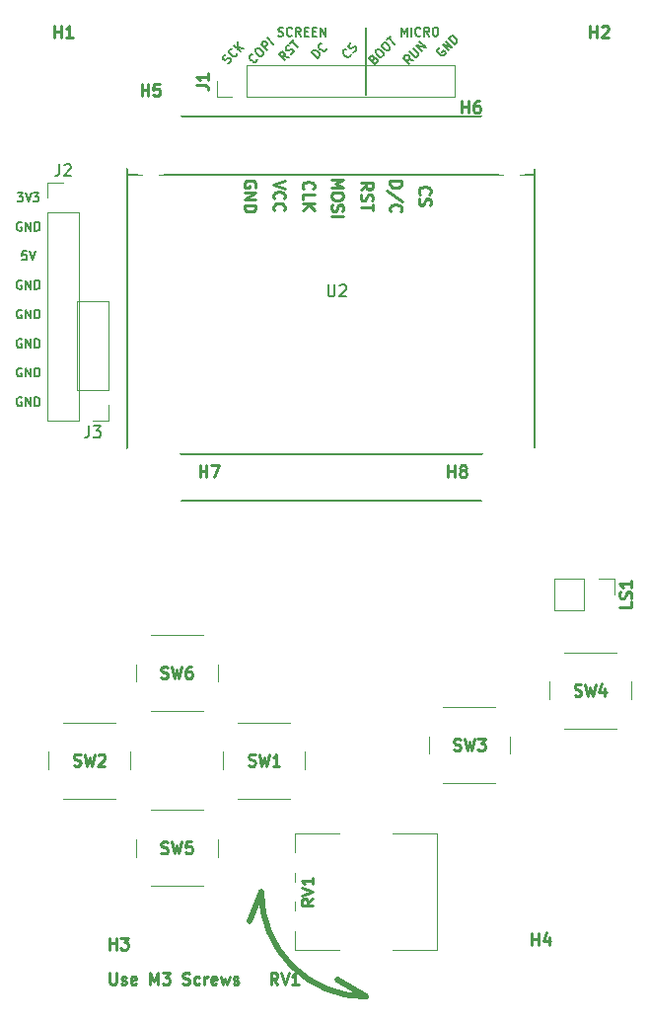
<source format=gto>
G04 #@! TF.GenerationSoftware,KiCad,Pcbnew,5.1.9+dfsg1-1*
G04 #@! TF.CreationDate,2022-06-11T21:35:15-07:00*
G04 #@! TF.ProjectId,keygame,6b657967-616d-4652-9e6b-696361645f70,rev?*
G04 #@! TF.SameCoordinates,Original*
G04 #@! TF.FileFunction,Legend,Top*
G04 #@! TF.FilePolarity,Positive*
%FSLAX46Y46*%
G04 Gerber Fmt 4.6, Leading zero omitted, Abs format (unit mm)*
G04 Created by KiCad (PCBNEW 5.1.9+dfsg1-1) date 2022-06-11 21:35:15*
%MOMM*%
%LPD*%
G01*
G04 APERTURE LIST*
%ADD10C,0.187500*%
%ADD11C,0.500000*%
%ADD12C,0.250000*%
%ADD13C,0.200000*%
%ADD14C,0.120000*%
%ADD15C,0.150000*%
%ADD16C,0.800000*%
%ADD17C,6.400000*%
%ADD18R,1.700000X1.700000*%
%ADD19O,1.700000X1.700000*%
%ADD20C,2.000000*%
%ADD21C,1.524000*%
%ADD22C,1.800000*%
%ADD23C,4.000000*%
%ADD24C,1.500000*%
%ADD25O,1.600000X1.000000*%
%ADD26C,0.650000*%
%ADD27O,2.100000X1.000000*%
G04 APERTURE END LIST*
D10*
X167028571Y-17139285D02*
X167028571Y-16389285D01*
X167278571Y-16925000D01*
X167528571Y-16389285D01*
X167528571Y-17139285D01*
X167885714Y-17139285D02*
X167885714Y-16389285D01*
X168671428Y-17067857D02*
X168635714Y-17103571D01*
X168528571Y-17139285D01*
X168457142Y-17139285D01*
X168350000Y-17103571D01*
X168278571Y-17032142D01*
X168242857Y-16960714D01*
X168207142Y-16817857D01*
X168207142Y-16710714D01*
X168242857Y-16567857D01*
X168278571Y-16496428D01*
X168350000Y-16425000D01*
X168457142Y-16389285D01*
X168528571Y-16389285D01*
X168635714Y-16425000D01*
X168671428Y-16460714D01*
X169421428Y-17139285D02*
X169171428Y-16782142D01*
X168992857Y-17139285D02*
X168992857Y-16389285D01*
X169278571Y-16389285D01*
X169350000Y-16425000D01*
X169385714Y-16460714D01*
X169421428Y-16532142D01*
X169421428Y-16639285D01*
X169385714Y-16710714D01*
X169350000Y-16746428D01*
X169278571Y-16782142D01*
X168992857Y-16782142D01*
X169885714Y-16389285D02*
X170028571Y-16389285D01*
X170100000Y-16425000D01*
X170171428Y-16496428D01*
X170207142Y-16639285D01*
X170207142Y-16889285D01*
X170171428Y-17032142D01*
X170100000Y-17103571D01*
X170028571Y-17139285D01*
X169885714Y-17139285D01*
X169814285Y-17103571D01*
X169742857Y-17032142D01*
X169707142Y-16889285D01*
X169707142Y-16639285D01*
X169742857Y-16496428D01*
X169814285Y-16425000D01*
X169885714Y-16389285D01*
D11*
X164000000Y-99500000D02*
X161500000Y-98000000D01*
X155000000Y-90500000D02*
X154000000Y-93000000D01*
X164000000Y-99500000D02*
G75*
G02*
X155000000Y-90500000I0J9000000D01*
G01*
D10*
X134857142Y-35589285D02*
X134500000Y-35589285D01*
X134464285Y-35946428D01*
X134500000Y-35910714D01*
X134571428Y-35875000D01*
X134750000Y-35875000D01*
X134821428Y-35910714D01*
X134857142Y-35946428D01*
X134892857Y-36017857D01*
X134892857Y-36196428D01*
X134857142Y-36267857D01*
X134821428Y-36303571D01*
X134750000Y-36339285D01*
X134571428Y-36339285D01*
X134500000Y-36303571D01*
X134464285Y-36267857D01*
X135107142Y-35589285D02*
X135357142Y-36339285D01*
X135607142Y-35589285D01*
X134428571Y-48125000D02*
X134357142Y-48089285D01*
X134250000Y-48089285D01*
X134142857Y-48125000D01*
X134071428Y-48196428D01*
X134035714Y-48267857D01*
X134000000Y-48410714D01*
X134000000Y-48517857D01*
X134035714Y-48660714D01*
X134071428Y-48732142D01*
X134142857Y-48803571D01*
X134250000Y-48839285D01*
X134321428Y-48839285D01*
X134428571Y-48803571D01*
X134464285Y-48767857D01*
X134464285Y-48517857D01*
X134321428Y-48517857D01*
X134785714Y-48839285D02*
X134785714Y-48089285D01*
X135214285Y-48839285D01*
X135214285Y-48089285D01*
X135571428Y-48839285D02*
X135571428Y-48089285D01*
X135750000Y-48089285D01*
X135857142Y-48125000D01*
X135928571Y-48196428D01*
X135964285Y-48267857D01*
X136000000Y-48410714D01*
X136000000Y-48517857D01*
X135964285Y-48660714D01*
X135928571Y-48732142D01*
X135857142Y-48803571D01*
X135750000Y-48839285D01*
X135571428Y-48839285D01*
X134428571Y-45625000D02*
X134357142Y-45589285D01*
X134250000Y-45589285D01*
X134142857Y-45625000D01*
X134071428Y-45696428D01*
X134035714Y-45767857D01*
X134000000Y-45910714D01*
X134000000Y-46017857D01*
X134035714Y-46160714D01*
X134071428Y-46232142D01*
X134142857Y-46303571D01*
X134250000Y-46339285D01*
X134321428Y-46339285D01*
X134428571Y-46303571D01*
X134464285Y-46267857D01*
X134464285Y-46017857D01*
X134321428Y-46017857D01*
X134785714Y-46339285D02*
X134785714Y-45589285D01*
X135214285Y-46339285D01*
X135214285Y-45589285D01*
X135571428Y-46339285D02*
X135571428Y-45589285D01*
X135750000Y-45589285D01*
X135857142Y-45625000D01*
X135928571Y-45696428D01*
X135964285Y-45767857D01*
X136000000Y-45910714D01*
X136000000Y-46017857D01*
X135964285Y-46160714D01*
X135928571Y-46232142D01*
X135857142Y-46303571D01*
X135750000Y-46339285D01*
X135571428Y-46339285D01*
X134428571Y-43125000D02*
X134357142Y-43089285D01*
X134250000Y-43089285D01*
X134142857Y-43125000D01*
X134071428Y-43196428D01*
X134035714Y-43267857D01*
X134000000Y-43410714D01*
X134000000Y-43517857D01*
X134035714Y-43660714D01*
X134071428Y-43732142D01*
X134142857Y-43803571D01*
X134250000Y-43839285D01*
X134321428Y-43839285D01*
X134428571Y-43803571D01*
X134464285Y-43767857D01*
X134464285Y-43517857D01*
X134321428Y-43517857D01*
X134785714Y-43839285D02*
X134785714Y-43089285D01*
X135214285Y-43839285D01*
X135214285Y-43089285D01*
X135571428Y-43839285D02*
X135571428Y-43089285D01*
X135750000Y-43089285D01*
X135857142Y-43125000D01*
X135928571Y-43196428D01*
X135964285Y-43267857D01*
X136000000Y-43410714D01*
X136000000Y-43517857D01*
X135964285Y-43660714D01*
X135928571Y-43732142D01*
X135857142Y-43803571D01*
X135750000Y-43839285D01*
X135571428Y-43839285D01*
X134428571Y-40625000D02*
X134357142Y-40589285D01*
X134250000Y-40589285D01*
X134142857Y-40625000D01*
X134071428Y-40696428D01*
X134035714Y-40767857D01*
X134000000Y-40910714D01*
X134000000Y-41017857D01*
X134035714Y-41160714D01*
X134071428Y-41232142D01*
X134142857Y-41303571D01*
X134250000Y-41339285D01*
X134321428Y-41339285D01*
X134428571Y-41303571D01*
X134464285Y-41267857D01*
X134464285Y-41017857D01*
X134321428Y-41017857D01*
X134785714Y-41339285D02*
X134785714Y-40589285D01*
X135214285Y-41339285D01*
X135214285Y-40589285D01*
X135571428Y-41339285D02*
X135571428Y-40589285D01*
X135750000Y-40589285D01*
X135857142Y-40625000D01*
X135928571Y-40696428D01*
X135964285Y-40767857D01*
X136000000Y-40910714D01*
X136000000Y-41017857D01*
X135964285Y-41160714D01*
X135928571Y-41232142D01*
X135857142Y-41303571D01*
X135750000Y-41339285D01*
X135571428Y-41339285D01*
X134428571Y-38125000D02*
X134357142Y-38089285D01*
X134250000Y-38089285D01*
X134142857Y-38125000D01*
X134071428Y-38196428D01*
X134035714Y-38267857D01*
X134000000Y-38410714D01*
X134000000Y-38517857D01*
X134035714Y-38660714D01*
X134071428Y-38732142D01*
X134142857Y-38803571D01*
X134250000Y-38839285D01*
X134321428Y-38839285D01*
X134428571Y-38803571D01*
X134464285Y-38767857D01*
X134464285Y-38517857D01*
X134321428Y-38517857D01*
X134785714Y-38839285D02*
X134785714Y-38089285D01*
X135214285Y-38839285D01*
X135214285Y-38089285D01*
X135571428Y-38839285D02*
X135571428Y-38089285D01*
X135750000Y-38089285D01*
X135857142Y-38125000D01*
X135928571Y-38196428D01*
X135964285Y-38267857D01*
X136000000Y-38410714D01*
X136000000Y-38517857D01*
X135964285Y-38660714D01*
X135928571Y-38732142D01*
X135857142Y-38803571D01*
X135750000Y-38839285D01*
X135571428Y-38839285D01*
X134428571Y-33125000D02*
X134357142Y-33089285D01*
X134250000Y-33089285D01*
X134142857Y-33125000D01*
X134071428Y-33196428D01*
X134035714Y-33267857D01*
X134000000Y-33410714D01*
X134000000Y-33517857D01*
X134035714Y-33660714D01*
X134071428Y-33732142D01*
X134142857Y-33803571D01*
X134250000Y-33839285D01*
X134321428Y-33839285D01*
X134428571Y-33803571D01*
X134464285Y-33767857D01*
X134464285Y-33517857D01*
X134321428Y-33517857D01*
X134785714Y-33839285D02*
X134785714Y-33089285D01*
X135214285Y-33839285D01*
X135214285Y-33089285D01*
X135571428Y-33839285D02*
X135571428Y-33089285D01*
X135750000Y-33089285D01*
X135857142Y-33125000D01*
X135928571Y-33196428D01*
X135964285Y-33267857D01*
X136000000Y-33410714D01*
X136000000Y-33517857D01*
X135964285Y-33660714D01*
X135928571Y-33732142D01*
X135857142Y-33803571D01*
X135750000Y-33839285D01*
X135571428Y-33839285D01*
X134071428Y-30589285D02*
X134535714Y-30589285D01*
X134285714Y-30875000D01*
X134392857Y-30875000D01*
X134464285Y-30910714D01*
X134500000Y-30946428D01*
X134535714Y-31017857D01*
X134535714Y-31196428D01*
X134500000Y-31267857D01*
X134464285Y-31303571D01*
X134392857Y-31339285D01*
X134178571Y-31339285D01*
X134107142Y-31303571D01*
X134071428Y-31267857D01*
X134750000Y-30589285D02*
X135000000Y-31339285D01*
X135250000Y-30589285D01*
X135428571Y-30589285D02*
X135892857Y-30589285D01*
X135642857Y-30875000D01*
X135750000Y-30875000D01*
X135821428Y-30910714D01*
X135857142Y-30946428D01*
X135892857Y-31017857D01*
X135892857Y-31196428D01*
X135857142Y-31267857D01*
X135821428Y-31303571D01*
X135750000Y-31339285D01*
X135535714Y-31339285D01*
X135464285Y-31303571D01*
X135428571Y-31267857D01*
D12*
X142000000Y-97452380D02*
X142000000Y-98261904D01*
X142047619Y-98357142D01*
X142095238Y-98404761D01*
X142190476Y-98452380D01*
X142380952Y-98452380D01*
X142476190Y-98404761D01*
X142523809Y-98357142D01*
X142571428Y-98261904D01*
X142571428Y-97452380D01*
X143000000Y-98404761D02*
X143095238Y-98452380D01*
X143285714Y-98452380D01*
X143380952Y-98404761D01*
X143428571Y-98309523D01*
X143428571Y-98261904D01*
X143380952Y-98166666D01*
X143285714Y-98119047D01*
X143142857Y-98119047D01*
X143047619Y-98071428D01*
X143000000Y-97976190D01*
X143000000Y-97928571D01*
X143047619Y-97833333D01*
X143142857Y-97785714D01*
X143285714Y-97785714D01*
X143380952Y-97833333D01*
X144238095Y-98404761D02*
X144142857Y-98452380D01*
X143952380Y-98452380D01*
X143857142Y-98404761D01*
X143809523Y-98309523D01*
X143809523Y-97928571D01*
X143857142Y-97833333D01*
X143952380Y-97785714D01*
X144142857Y-97785714D01*
X144238095Y-97833333D01*
X144285714Y-97928571D01*
X144285714Y-98023809D01*
X143809523Y-98119047D01*
X145476190Y-98452380D02*
X145476190Y-97452380D01*
X145809523Y-98166666D01*
X146142857Y-97452380D01*
X146142857Y-98452380D01*
X146523809Y-97452380D02*
X147142857Y-97452380D01*
X146809523Y-97833333D01*
X146952380Y-97833333D01*
X147047619Y-97880952D01*
X147095238Y-97928571D01*
X147142857Y-98023809D01*
X147142857Y-98261904D01*
X147095238Y-98357142D01*
X147047619Y-98404761D01*
X146952380Y-98452380D01*
X146666666Y-98452380D01*
X146571428Y-98404761D01*
X146523809Y-98357142D01*
X148285714Y-98404761D02*
X148428571Y-98452380D01*
X148666666Y-98452380D01*
X148761904Y-98404761D01*
X148809523Y-98357142D01*
X148857142Y-98261904D01*
X148857142Y-98166666D01*
X148809523Y-98071428D01*
X148761904Y-98023809D01*
X148666666Y-97976190D01*
X148476190Y-97928571D01*
X148380952Y-97880952D01*
X148333333Y-97833333D01*
X148285714Y-97738095D01*
X148285714Y-97642857D01*
X148333333Y-97547619D01*
X148380952Y-97500000D01*
X148476190Y-97452380D01*
X148714285Y-97452380D01*
X148857142Y-97500000D01*
X149714285Y-98404761D02*
X149619047Y-98452380D01*
X149428571Y-98452380D01*
X149333333Y-98404761D01*
X149285714Y-98357142D01*
X149238095Y-98261904D01*
X149238095Y-97976190D01*
X149285714Y-97880952D01*
X149333333Y-97833333D01*
X149428571Y-97785714D01*
X149619047Y-97785714D01*
X149714285Y-97833333D01*
X150142857Y-98452380D02*
X150142857Y-97785714D01*
X150142857Y-97976190D02*
X150190476Y-97880952D01*
X150238095Y-97833333D01*
X150333333Y-97785714D01*
X150428571Y-97785714D01*
X151142857Y-98404761D02*
X151047619Y-98452380D01*
X150857142Y-98452380D01*
X150761904Y-98404761D01*
X150714285Y-98309523D01*
X150714285Y-97928571D01*
X150761904Y-97833333D01*
X150857142Y-97785714D01*
X151047619Y-97785714D01*
X151142857Y-97833333D01*
X151190476Y-97928571D01*
X151190476Y-98023809D01*
X150714285Y-98119047D01*
X151523809Y-97785714D02*
X151714285Y-98452380D01*
X151904761Y-97976190D01*
X152095238Y-98452380D01*
X152285714Y-97785714D01*
X152619047Y-98404761D02*
X152714285Y-98452380D01*
X152904761Y-98452380D01*
X153000000Y-98404761D01*
X153047619Y-98309523D01*
X153047619Y-98261904D01*
X153000000Y-98166666D01*
X152904761Y-98119047D01*
X152761904Y-98119047D01*
X152666666Y-98071428D01*
X152619047Y-97976190D01*
X152619047Y-97928571D01*
X152666666Y-97833333D01*
X152761904Y-97785714D01*
X152904761Y-97785714D01*
X153000000Y-97833333D01*
D10*
X170330773Y-18138895D02*
X170255012Y-18164149D01*
X170179251Y-18239911D01*
X170128743Y-18340926D01*
X170128743Y-18441941D01*
X170153997Y-18517703D01*
X170229758Y-18643972D01*
X170305520Y-18719733D01*
X170431789Y-18795495D01*
X170507550Y-18820748D01*
X170608565Y-18820748D01*
X170709581Y-18770241D01*
X170760088Y-18719733D01*
X170810596Y-18618718D01*
X170810596Y-18568210D01*
X170633819Y-18391434D01*
X170532804Y-18492449D01*
X171088388Y-18391434D02*
X170558058Y-17861104D01*
X171391434Y-18088388D01*
X170861104Y-17558058D01*
X171643972Y-17835850D02*
X171113642Y-17305520D01*
X171239911Y-17179251D01*
X171340926Y-17128743D01*
X171441941Y-17128743D01*
X171517703Y-17153997D01*
X171643972Y-17229758D01*
X171719733Y-17305520D01*
X171795495Y-17431789D01*
X171820748Y-17507550D01*
X171820748Y-17608565D01*
X171770241Y-17709581D01*
X171643972Y-17835850D01*
X164642385Y-19081852D02*
X164743400Y-19031345D01*
X164793908Y-19031345D01*
X164869669Y-19056599D01*
X164945431Y-19132360D01*
X164970685Y-19208122D01*
X164970685Y-19258629D01*
X164945431Y-19334391D01*
X164743400Y-19536421D01*
X164213070Y-19006091D01*
X164389847Y-18829314D01*
X164465608Y-18804061D01*
X164516116Y-18804061D01*
X164591877Y-18829314D01*
X164642385Y-18879822D01*
X164667639Y-18955583D01*
X164667639Y-19006091D01*
X164642385Y-19081852D01*
X164465608Y-19258629D01*
X164844416Y-18374746D02*
X164945431Y-18273730D01*
X165021192Y-18248477D01*
X165122208Y-18248477D01*
X165248477Y-18324238D01*
X165425253Y-18501015D01*
X165501015Y-18627284D01*
X165501015Y-18728299D01*
X165475761Y-18804061D01*
X165374746Y-18905076D01*
X165298984Y-18930330D01*
X165197969Y-18930330D01*
X165071700Y-18854568D01*
X164894923Y-18677791D01*
X164819162Y-18551522D01*
X164819162Y-18450507D01*
X164844416Y-18374746D01*
X165400000Y-17819162D02*
X165501015Y-17718147D01*
X165576776Y-17692893D01*
X165677791Y-17692893D01*
X165804061Y-17768654D01*
X165980837Y-17945431D01*
X166056599Y-18071700D01*
X166056599Y-18172715D01*
X166031345Y-18248477D01*
X165930330Y-18349492D01*
X165854568Y-18374746D01*
X165753553Y-18374746D01*
X165627284Y-18298984D01*
X165450507Y-18122208D01*
X165374746Y-17995938D01*
X165374746Y-17894923D01*
X165400000Y-17819162D01*
X165778807Y-17440355D02*
X166081852Y-17137309D01*
X166460660Y-17819162D02*
X165930330Y-17288832D01*
X168048477Y-19231345D02*
X167619162Y-19155583D01*
X167745431Y-19534391D02*
X167215101Y-19004061D01*
X167417131Y-18802030D01*
X167492893Y-18776776D01*
X167543400Y-18776776D01*
X167619162Y-18802030D01*
X167694923Y-18877791D01*
X167720177Y-18953553D01*
X167720177Y-19004061D01*
X167694923Y-19079822D01*
X167492893Y-19281852D01*
X167745431Y-18473730D02*
X168174746Y-18903045D01*
X168250507Y-18928299D01*
X168301015Y-18928299D01*
X168376776Y-18903045D01*
X168477791Y-18802030D01*
X168503045Y-18726269D01*
X168503045Y-18675761D01*
X168477791Y-18600000D01*
X168048477Y-18170685D01*
X168831345Y-18448477D02*
X168301015Y-17918147D01*
X169134391Y-18145431D01*
X168604061Y-17615101D01*
X162701015Y-18677791D02*
X162701015Y-18728299D01*
X162650507Y-18829314D01*
X162600000Y-18879822D01*
X162498984Y-18930330D01*
X162397969Y-18930330D01*
X162322208Y-18905076D01*
X162195938Y-18829314D01*
X162120177Y-18753553D01*
X162044416Y-18627284D01*
X162019162Y-18551522D01*
X162019162Y-18450507D01*
X162069669Y-18349492D01*
X162120177Y-18298984D01*
X162221192Y-18248477D01*
X162271700Y-18248477D01*
X162928299Y-18501015D02*
X163029314Y-18450507D01*
X163155583Y-18324238D01*
X163180837Y-18248477D01*
X163180837Y-18197969D01*
X163155583Y-18122208D01*
X163105076Y-18071700D01*
X163029314Y-18046446D01*
X162978807Y-18046446D01*
X162903045Y-18071700D01*
X162776776Y-18147461D01*
X162701015Y-18172715D01*
X162650507Y-18172715D01*
X162574746Y-18147461D01*
X162524238Y-18096954D01*
X162498984Y-18021192D01*
X162498984Y-17970685D01*
X162524238Y-17894923D01*
X162650507Y-17768654D01*
X162751522Y-17718147D01*
X159835850Y-19043972D02*
X159305520Y-18513642D01*
X159431789Y-18387373D01*
X159532804Y-18336865D01*
X159633819Y-18336865D01*
X159709581Y-18362119D01*
X159835850Y-18437880D01*
X159911611Y-18513642D01*
X159987373Y-18639911D01*
X160012626Y-18715672D01*
X160012626Y-18816687D01*
X159962119Y-18917703D01*
X159835850Y-19043972D01*
X160618718Y-18160088D02*
X160618718Y-18210596D01*
X160568210Y-18311611D01*
X160517703Y-18362119D01*
X160416687Y-18412626D01*
X160315672Y-18412626D01*
X160239911Y-18387373D01*
X160113642Y-18311611D01*
X160037880Y-18235850D01*
X159962119Y-18109581D01*
X159936865Y-18033819D01*
X159936865Y-17932804D01*
X159987373Y-17831789D01*
X160037880Y-17781281D01*
X160138895Y-17730773D01*
X160189403Y-17730773D01*
X157349492Y-18930330D02*
X156920177Y-18854568D01*
X157046446Y-19233375D02*
X156516116Y-18703045D01*
X156718147Y-18501015D01*
X156793908Y-18475761D01*
X156844416Y-18475761D01*
X156920177Y-18501015D01*
X156995938Y-18576776D01*
X157021192Y-18652538D01*
X157021192Y-18703045D01*
X156995938Y-18778807D01*
X156793908Y-18980837D01*
X157526269Y-18703045D02*
X157627284Y-18652538D01*
X157753553Y-18526269D01*
X157778807Y-18450507D01*
X157778807Y-18399999D01*
X157753553Y-18324238D01*
X157703045Y-18273730D01*
X157627284Y-18248477D01*
X157576776Y-18248477D01*
X157501015Y-18273730D01*
X157374746Y-18349492D01*
X157298984Y-18374746D01*
X157248477Y-18374746D01*
X157172715Y-18349492D01*
X157122208Y-18298984D01*
X157096954Y-18223223D01*
X157096954Y-18172715D01*
X157122208Y-18096954D01*
X157248477Y-17970685D01*
X157349492Y-17920177D01*
X157475761Y-17743400D02*
X157778807Y-17440355D01*
X158157614Y-18122208D02*
X157627284Y-17591877D01*
X154684327Y-19094479D02*
X154684327Y-19144987D01*
X154633819Y-19246002D01*
X154583312Y-19296510D01*
X154482296Y-19347018D01*
X154381281Y-19347018D01*
X154305520Y-19321764D01*
X154179251Y-19246002D01*
X154103489Y-19170241D01*
X154027728Y-19043972D01*
X154002474Y-18968210D01*
X154002474Y-18867195D01*
X154052981Y-18766180D01*
X154103489Y-18715672D01*
X154204504Y-18665165D01*
X154255012Y-18665165D01*
X154532804Y-18286357D02*
X154633819Y-18185342D01*
X154709581Y-18160088D01*
X154810596Y-18160088D01*
X154936865Y-18235850D01*
X155113642Y-18412626D01*
X155189403Y-18538895D01*
X155189403Y-18639911D01*
X155164149Y-18715672D01*
X155063134Y-18816687D01*
X154987373Y-18841941D01*
X154886357Y-18841941D01*
X154760088Y-18766180D01*
X154583312Y-18589403D01*
X154507550Y-18463134D01*
X154507550Y-18362119D01*
X154532804Y-18286357D01*
X155517703Y-18362119D02*
X154987373Y-17831789D01*
X155189403Y-17629758D01*
X155265165Y-17604504D01*
X155315672Y-17604504D01*
X155391434Y-17629758D01*
X155467195Y-17705520D01*
X155492449Y-17781281D01*
X155492449Y-17831789D01*
X155467195Y-17907550D01*
X155265165Y-18109581D01*
X156048033Y-17831789D02*
X155517703Y-17301459D01*
X152132804Y-19496510D02*
X152233819Y-19446002D01*
X152360088Y-19319733D01*
X152385342Y-19243972D01*
X152385342Y-19193464D01*
X152360088Y-19117703D01*
X152309581Y-19067195D01*
X152233819Y-19041941D01*
X152183312Y-19041941D01*
X152107550Y-19067195D01*
X151981281Y-19142956D01*
X151905520Y-19168210D01*
X151855012Y-19168210D01*
X151779251Y-19142956D01*
X151728743Y-19092449D01*
X151703489Y-19016687D01*
X151703489Y-18966180D01*
X151728743Y-18890418D01*
X151855012Y-18764149D01*
X151956027Y-18713642D01*
X152940926Y-18637880D02*
X152940926Y-18688388D01*
X152890418Y-18789403D01*
X152839911Y-18839911D01*
X152738895Y-18890418D01*
X152637880Y-18890418D01*
X152562119Y-18865165D01*
X152435850Y-18789403D01*
X152360088Y-18713642D01*
X152284327Y-18587373D01*
X152259073Y-18511611D01*
X152259073Y-18410596D01*
X152309581Y-18309581D01*
X152360088Y-18259073D01*
X152461104Y-18208565D01*
X152511611Y-18208565D01*
X153218718Y-18461104D02*
X152688388Y-17930773D01*
X153521764Y-18158058D02*
X152991434Y-18082296D01*
X152991434Y-17627728D02*
X152991434Y-18233819D01*
X156464285Y-17103571D02*
X156571428Y-17139285D01*
X156750000Y-17139285D01*
X156821428Y-17103571D01*
X156857142Y-17067857D01*
X156892857Y-16996428D01*
X156892857Y-16925000D01*
X156857142Y-16853571D01*
X156821428Y-16817857D01*
X156750000Y-16782142D01*
X156607142Y-16746428D01*
X156535714Y-16710714D01*
X156500000Y-16675000D01*
X156464285Y-16603571D01*
X156464285Y-16532142D01*
X156500000Y-16460714D01*
X156535714Y-16425000D01*
X156607142Y-16389285D01*
X156785714Y-16389285D01*
X156892857Y-16425000D01*
X157642857Y-17067857D02*
X157607142Y-17103571D01*
X157500000Y-17139285D01*
X157428571Y-17139285D01*
X157321428Y-17103571D01*
X157250000Y-17032142D01*
X157214285Y-16960714D01*
X157178571Y-16817857D01*
X157178571Y-16710714D01*
X157214285Y-16567857D01*
X157250000Y-16496428D01*
X157321428Y-16425000D01*
X157428571Y-16389285D01*
X157500000Y-16389285D01*
X157607142Y-16425000D01*
X157642857Y-16460714D01*
X158392857Y-17139285D02*
X158142857Y-16782142D01*
X157964285Y-17139285D02*
X157964285Y-16389285D01*
X158250000Y-16389285D01*
X158321428Y-16425000D01*
X158357142Y-16460714D01*
X158392857Y-16532142D01*
X158392857Y-16639285D01*
X158357142Y-16710714D01*
X158321428Y-16746428D01*
X158250000Y-16782142D01*
X157964285Y-16782142D01*
X158714285Y-16746428D02*
X158964285Y-16746428D01*
X159071428Y-17139285D02*
X158714285Y-17139285D01*
X158714285Y-16389285D01*
X159071428Y-16389285D01*
X159392857Y-16746428D02*
X159642857Y-16746428D01*
X159750000Y-17139285D02*
X159392857Y-17139285D01*
X159392857Y-16389285D01*
X159750000Y-16389285D01*
X160071428Y-17139285D02*
X160071428Y-16389285D01*
X160500000Y-17139285D01*
X160500000Y-16389285D01*
D13*
X164000000Y-22200000D02*
X164000000Y-16400000D01*
D14*
X185330000Y-63670000D02*
X185330000Y-65000000D01*
X184000000Y-63670000D02*
X185330000Y-63670000D01*
X182730000Y-63670000D02*
X182730000Y-66330000D01*
X182730000Y-66330000D02*
X180130000Y-66330000D01*
X182730000Y-63670000D02*
X180130000Y-63670000D01*
X180130000Y-63670000D02*
X180130000Y-66330000D01*
X158750000Y-80000000D02*
X158750000Y-78500000D01*
X157500000Y-76000000D02*
X153000000Y-76000000D01*
X151750000Y-78500000D02*
X151750000Y-80000000D01*
X153000000Y-82500000D02*
X157500000Y-82500000D01*
X138000000Y-82500000D02*
X142500000Y-82500000D01*
X136750000Y-78500000D02*
X136750000Y-80000000D01*
X142500000Y-76000000D02*
X138000000Y-76000000D01*
X143750000Y-80000000D02*
X143750000Y-78500000D01*
X176375001Y-78675001D02*
X176375001Y-77175001D01*
X175125001Y-74675001D02*
X170625001Y-74675001D01*
X169375001Y-77175001D02*
X169375001Y-78675001D01*
X170625001Y-81175001D02*
X175125001Y-81175001D01*
X181000000Y-76500000D02*
X185500000Y-76500000D01*
X179750000Y-72500000D02*
X179750000Y-74000000D01*
X185500000Y-70000000D02*
X181000000Y-70000000D01*
X186750000Y-74000000D02*
X186750000Y-72500000D01*
X145500000Y-90000000D02*
X150000000Y-90000000D01*
X144250000Y-86000000D02*
X144250000Y-87500000D01*
X150000000Y-83500000D02*
X145500000Y-83500000D01*
X151250000Y-87500000D02*
X151250000Y-86000000D01*
X151250000Y-72500000D02*
X151250000Y-71000000D01*
X150000000Y-68500000D02*
X145500000Y-68500000D01*
X144250000Y-71000000D02*
X144250000Y-72500000D01*
X145500000Y-75000000D02*
X150000000Y-75000000D01*
D15*
X143500000Y-53000000D02*
X178500000Y-53000000D01*
X143500000Y-29000000D02*
X178500000Y-29000000D01*
X147000000Y-55000000D02*
G75*
G03*
X147000000Y-55000000I-1500000J0D01*
G01*
X178000000Y-55000000D02*
G75*
G03*
X178000000Y-55000000I-1500000J0D01*
G01*
X178000000Y-26000000D02*
G75*
G03*
X178000000Y-26000000I-1500000J0D01*
G01*
X147000000Y-26000000D02*
G75*
G03*
X147000000Y-26000000I-1500000J0D01*
G01*
X143500000Y-57000000D02*
X143500000Y-24000000D01*
X178500000Y-57000000D02*
X143500000Y-57000000D01*
X178500000Y-24000000D02*
X178500000Y-57000000D01*
X143500000Y-24000000D02*
X178500000Y-24000000D01*
D14*
X151170000Y-22330000D02*
X151170000Y-21000000D01*
X152500000Y-22330000D02*
X151170000Y-22330000D01*
X153770000Y-22330000D02*
X153770000Y-19670000D01*
X153770000Y-19670000D02*
X171610000Y-19670000D01*
X153770000Y-22330000D02*
X171610000Y-22330000D01*
X171610000Y-22330000D02*
X171610000Y-19670000D01*
X170120000Y-85530000D02*
X170120000Y-95470000D01*
X157880000Y-93870000D02*
X157880000Y-95470000D01*
X157880000Y-91371000D02*
X157880000Y-92130000D01*
X157880000Y-88871000D02*
X157880000Y-89630000D01*
X157880000Y-85530000D02*
X157880000Y-87129000D01*
X166255000Y-95470000D02*
X170120000Y-95470000D01*
X157880000Y-95470000D02*
X161745000Y-95470000D01*
X166255000Y-85530000D02*
X170120000Y-85530000D01*
X157880000Y-85530000D02*
X161745000Y-85530000D01*
X136670000Y-29670000D02*
X138000000Y-29670000D01*
X136670000Y-31000000D02*
X136670000Y-29670000D01*
X136670000Y-32270000D02*
X139330000Y-32270000D01*
X139330000Y-32270000D02*
X139330000Y-50110000D01*
X136670000Y-32270000D02*
X136670000Y-50110000D01*
X136670000Y-50110000D02*
X139330000Y-50110000D01*
X141870000Y-50110000D02*
X140540000Y-50110000D01*
X141870000Y-48780000D02*
X141870000Y-50110000D01*
X141870000Y-47510000D02*
X139210000Y-47510000D01*
X139210000Y-47510000D02*
X139210000Y-39830000D01*
X141870000Y-47510000D02*
X141870000Y-39830000D01*
X141870000Y-39830000D02*
X139210000Y-39830000D01*
D12*
X137238095Y-17252380D02*
X137238095Y-16252380D01*
X137238095Y-16728571D02*
X137809523Y-16728571D01*
X137809523Y-17252380D02*
X137809523Y-16252380D01*
X138809523Y-17252380D02*
X138238095Y-17252380D01*
X138523809Y-17252380D02*
X138523809Y-16252380D01*
X138428571Y-16395238D01*
X138333333Y-16490476D01*
X138238095Y-16538095D01*
X183238095Y-17252380D02*
X183238095Y-16252380D01*
X183238095Y-16728571D02*
X183809523Y-16728571D01*
X183809523Y-17252380D02*
X183809523Y-16252380D01*
X184238095Y-16347619D02*
X184285714Y-16300000D01*
X184380952Y-16252380D01*
X184619047Y-16252380D01*
X184714285Y-16300000D01*
X184761904Y-16347619D01*
X184809523Y-16442857D01*
X184809523Y-16538095D01*
X184761904Y-16680952D01*
X184190476Y-17252380D01*
X184809523Y-17252380D01*
X141988095Y-95452380D02*
X141988095Y-94452380D01*
X141988095Y-94928571D02*
X142559523Y-94928571D01*
X142559523Y-95452380D02*
X142559523Y-94452380D01*
X142940476Y-94452380D02*
X143559523Y-94452380D01*
X143226190Y-94833333D01*
X143369047Y-94833333D01*
X143464285Y-94880952D01*
X143511904Y-94928571D01*
X143559523Y-95023809D01*
X143559523Y-95261904D01*
X143511904Y-95357142D01*
X143464285Y-95404761D01*
X143369047Y-95452380D01*
X143083333Y-95452380D01*
X142988095Y-95404761D01*
X142940476Y-95357142D01*
X178238095Y-95052380D02*
X178238095Y-94052380D01*
X178238095Y-94528571D02*
X178809523Y-94528571D01*
X178809523Y-95052380D02*
X178809523Y-94052380D01*
X179714285Y-94385714D02*
X179714285Y-95052380D01*
X179476190Y-94004761D02*
X179238095Y-94719047D01*
X179857142Y-94719047D01*
X172238095Y-23702380D02*
X172238095Y-22702380D01*
X172238095Y-23178571D02*
X172809523Y-23178571D01*
X172809523Y-23702380D02*
X172809523Y-22702380D01*
X173714285Y-22702380D02*
X173523809Y-22702380D01*
X173428571Y-22750000D01*
X173380952Y-22797619D01*
X173285714Y-22940476D01*
X173238095Y-23130952D01*
X173238095Y-23511904D01*
X173285714Y-23607142D01*
X173333333Y-23654761D01*
X173428571Y-23702380D01*
X173619047Y-23702380D01*
X173714285Y-23654761D01*
X173761904Y-23607142D01*
X173809523Y-23511904D01*
X173809523Y-23273809D01*
X173761904Y-23178571D01*
X173714285Y-23130952D01*
X173619047Y-23083333D01*
X173428571Y-23083333D01*
X173333333Y-23130952D01*
X173285714Y-23178571D01*
X173238095Y-23273809D01*
X149738095Y-54952380D02*
X149738095Y-53952380D01*
X149738095Y-54428571D02*
X150309523Y-54428571D01*
X150309523Y-54952380D02*
X150309523Y-53952380D01*
X150690476Y-53952380D02*
X151357142Y-53952380D01*
X150928571Y-54952380D01*
X171038095Y-54952380D02*
X171038095Y-53952380D01*
X171038095Y-54428571D02*
X171609523Y-54428571D01*
X171609523Y-54952380D02*
X171609523Y-53952380D01*
X172228571Y-54380952D02*
X172133333Y-54333333D01*
X172085714Y-54285714D01*
X172038095Y-54190476D01*
X172038095Y-54142857D01*
X172085714Y-54047619D01*
X172133333Y-54000000D01*
X172228571Y-53952380D01*
X172419047Y-53952380D01*
X172514285Y-54000000D01*
X172561904Y-54047619D01*
X172609523Y-54142857D01*
X172609523Y-54190476D01*
X172561904Y-54285714D01*
X172514285Y-54333333D01*
X172419047Y-54380952D01*
X172228571Y-54380952D01*
X172133333Y-54428571D01*
X172085714Y-54476190D01*
X172038095Y-54571428D01*
X172038095Y-54761904D01*
X172085714Y-54857142D01*
X172133333Y-54904761D01*
X172228571Y-54952380D01*
X172419047Y-54952380D01*
X172514285Y-54904761D01*
X172561904Y-54857142D01*
X172609523Y-54761904D01*
X172609523Y-54571428D01*
X172561904Y-54476190D01*
X172514285Y-54428571D01*
X172419047Y-54380952D01*
X186782380Y-65642857D02*
X186782380Y-66119047D01*
X185782380Y-66119047D01*
X186734761Y-65357142D02*
X186782380Y-65214285D01*
X186782380Y-64976190D01*
X186734761Y-64880952D01*
X186687142Y-64833333D01*
X186591904Y-64785714D01*
X186496666Y-64785714D01*
X186401428Y-64833333D01*
X186353809Y-64880952D01*
X186306190Y-64976190D01*
X186258571Y-65166666D01*
X186210952Y-65261904D01*
X186163333Y-65309523D01*
X186068095Y-65357142D01*
X185972857Y-65357142D01*
X185877619Y-65309523D01*
X185830000Y-65261904D01*
X185782380Y-65166666D01*
X185782380Y-64928571D01*
X185830000Y-64785714D01*
X186782380Y-63833333D02*
X186782380Y-64404761D01*
X186782380Y-64119047D02*
X185782380Y-64119047D01*
X185925238Y-64214285D01*
X186020476Y-64309523D01*
X186068095Y-64404761D01*
X153916666Y-79654761D02*
X154059523Y-79702380D01*
X154297619Y-79702380D01*
X154392857Y-79654761D01*
X154440476Y-79607142D01*
X154488095Y-79511904D01*
X154488095Y-79416666D01*
X154440476Y-79321428D01*
X154392857Y-79273809D01*
X154297619Y-79226190D01*
X154107142Y-79178571D01*
X154011904Y-79130952D01*
X153964285Y-79083333D01*
X153916666Y-78988095D01*
X153916666Y-78892857D01*
X153964285Y-78797619D01*
X154011904Y-78750000D01*
X154107142Y-78702380D01*
X154345238Y-78702380D01*
X154488095Y-78750000D01*
X154821428Y-78702380D02*
X155059523Y-79702380D01*
X155250000Y-78988095D01*
X155440476Y-79702380D01*
X155678571Y-78702380D01*
X156583333Y-79702380D02*
X156011904Y-79702380D01*
X156297619Y-79702380D02*
X156297619Y-78702380D01*
X156202380Y-78845238D01*
X156107142Y-78940476D01*
X156011904Y-78988095D01*
X138916666Y-79654761D02*
X139059523Y-79702380D01*
X139297619Y-79702380D01*
X139392857Y-79654761D01*
X139440476Y-79607142D01*
X139488095Y-79511904D01*
X139488095Y-79416666D01*
X139440476Y-79321428D01*
X139392857Y-79273809D01*
X139297619Y-79226190D01*
X139107142Y-79178571D01*
X139011904Y-79130952D01*
X138964285Y-79083333D01*
X138916666Y-78988095D01*
X138916666Y-78892857D01*
X138964285Y-78797619D01*
X139011904Y-78750000D01*
X139107142Y-78702380D01*
X139345238Y-78702380D01*
X139488095Y-78750000D01*
X139821428Y-78702380D02*
X140059523Y-79702380D01*
X140250000Y-78988095D01*
X140440476Y-79702380D01*
X140678571Y-78702380D01*
X141011904Y-78797619D02*
X141059523Y-78750000D01*
X141154761Y-78702380D01*
X141392857Y-78702380D01*
X141488095Y-78750000D01*
X141535714Y-78797619D01*
X141583333Y-78892857D01*
X141583333Y-78988095D01*
X141535714Y-79130952D01*
X140964285Y-79702380D01*
X141583333Y-79702380D01*
X171541667Y-78329762D02*
X171684524Y-78377381D01*
X171922620Y-78377381D01*
X172017858Y-78329762D01*
X172065477Y-78282143D01*
X172113096Y-78186905D01*
X172113096Y-78091667D01*
X172065477Y-77996429D01*
X172017858Y-77948810D01*
X171922620Y-77901191D01*
X171732143Y-77853572D01*
X171636905Y-77805953D01*
X171589286Y-77758334D01*
X171541667Y-77663096D01*
X171541667Y-77567858D01*
X171589286Y-77472620D01*
X171636905Y-77425001D01*
X171732143Y-77377381D01*
X171970239Y-77377381D01*
X172113096Y-77425001D01*
X172446429Y-77377381D02*
X172684524Y-78377381D01*
X172875001Y-77663096D01*
X173065477Y-78377381D01*
X173303572Y-77377381D01*
X173589286Y-77377381D02*
X174208334Y-77377381D01*
X173875001Y-77758334D01*
X174017858Y-77758334D01*
X174113096Y-77805953D01*
X174160715Y-77853572D01*
X174208334Y-77948810D01*
X174208334Y-78186905D01*
X174160715Y-78282143D01*
X174113096Y-78329762D01*
X174017858Y-78377381D01*
X173732143Y-78377381D01*
X173636905Y-78329762D01*
X173589286Y-78282143D01*
X181916666Y-73654761D02*
X182059523Y-73702380D01*
X182297619Y-73702380D01*
X182392857Y-73654761D01*
X182440476Y-73607142D01*
X182488095Y-73511904D01*
X182488095Y-73416666D01*
X182440476Y-73321428D01*
X182392857Y-73273809D01*
X182297619Y-73226190D01*
X182107142Y-73178571D01*
X182011904Y-73130952D01*
X181964285Y-73083333D01*
X181916666Y-72988095D01*
X181916666Y-72892857D01*
X181964285Y-72797619D01*
X182011904Y-72750000D01*
X182107142Y-72702380D01*
X182345238Y-72702380D01*
X182488095Y-72750000D01*
X182821428Y-72702380D02*
X183059523Y-73702380D01*
X183250000Y-72988095D01*
X183440476Y-73702380D01*
X183678571Y-72702380D01*
X184488095Y-73035714D02*
X184488095Y-73702380D01*
X184250000Y-72654761D02*
X184011904Y-73369047D01*
X184630952Y-73369047D01*
X146416666Y-87154761D02*
X146559523Y-87202380D01*
X146797619Y-87202380D01*
X146892857Y-87154761D01*
X146940476Y-87107142D01*
X146988095Y-87011904D01*
X146988095Y-86916666D01*
X146940476Y-86821428D01*
X146892857Y-86773809D01*
X146797619Y-86726190D01*
X146607142Y-86678571D01*
X146511904Y-86630952D01*
X146464285Y-86583333D01*
X146416666Y-86488095D01*
X146416666Y-86392857D01*
X146464285Y-86297619D01*
X146511904Y-86250000D01*
X146607142Y-86202380D01*
X146845238Y-86202380D01*
X146988095Y-86250000D01*
X147321428Y-86202380D02*
X147559523Y-87202380D01*
X147750000Y-86488095D01*
X147940476Y-87202380D01*
X148178571Y-86202380D01*
X149035714Y-86202380D02*
X148559523Y-86202380D01*
X148511904Y-86678571D01*
X148559523Y-86630952D01*
X148654761Y-86583333D01*
X148892857Y-86583333D01*
X148988095Y-86630952D01*
X149035714Y-86678571D01*
X149083333Y-86773809D01*
X149083333Y-87011904D01*
X149035714Y-87107142D01*
X148988095Y-87154761D01*
X148892857Y-87202380D01*
X148654761Y-87202380D01*
X148559523Y-87154761D01*
X148511904Y-87107142D01*
X146416666Y-72154761D02*
X146559523Y-72202380D01*
X146797619Y-72202380D01*
X146892857Y-72154761D01*
X146940476Y-72107142D01*
X146988095Y-72011904D01*
X146988095Y-71916666D01*
X146940476Y-71821428D01*
X146892857Y-71773809D01*
X146797619Y-71726190D01*
X146607142Y-71678571D01*
X146511904Y-71630952D01*
X146464285Y-71583333D01*
X146416666Y-71488095D01*
X146416666Y-71392857D01*
X146464285Y-71297619D01*
X146511904Y-71250000D01*
X146607142Y-71202380D01*
X146845238Y-71202380D01*
X146988095Y-71250000D01*
X147321428Y-71202380D02*
X147559523Y-72202380D01*
X147750000Y-71488095D01*
X147940476Y-72202380D01*
X148178571Y-71202380D01*
X148988095Y-71202380D02*
X148797619Y-71202380D01*
X148702380Y-71250000D01*
X148654761Y-71297619D01*
X148559523Y-71440476D01*
X148511904Y-71630952D01*
X148511904Y-72011904D01*
X148559523Y-72107142D01*
X148607142Y-72154761D01*
X148702380Y-72202380D01*
X148892857Y-72202380D01*
X148988095Y-72154761D01*
X149035714Y-72107142D01*
X149083333Y-72011904D01*
X149083333Y-71773809D01*
X149035714Y-71678571D01*
X148988095Y-71630952D01*
X148892857Y-71583333D01*
X148702380Y-71583333D01*
X148607142Y-71630952D01*
X148559523Y-71678571D01*
X148511904Y-71773809D01*
D15*
X160738095Y-38452380D02*
X160738095Y-39261904D01*
X160785714Y-39357142D01*
X160833333Y-39404761D01*
X160928571Y-39452380D01*
X161119047Y-39452380D01*
X161214285Y-39404761D01*
X161261904Y-39357142D01*
X161309523Y-39261904D01*
X161309523Y-38452380D01*
X161738095Y-38547619D02*
X161785714Y-38500000D01*
X161880952Y-38452380D01*
X162119047Y-38452380D01*
X162214285Y-38500000D01*
X162261904Y-38547619D01*
X162309523Y-38642857D01*
X162309523Y-38738095D01*
X162261904Y-38880952D01*
X161690476Y-39452380D01*
X162309523Y-39452380D01*
D12*
X154500000Y-30088095D02*
X154547619Y-29992857D01*
X154547619Y-29850000D01*
X154500000Y-29707142D01*
X154404761Y-29611904D01*
X154309523Y-29564285D01*
X154119047Y-29516666D01*
X153976190Y-29516666D01*
X153785714Y-29564285D01*
X153690476Y-29611904D01*
X153595238Y-29707142D01*
X153547619Y-29850000D01*
X153547619Y-29945238D01*
X153595238Y-30088095D01*
X153642857Y-30135714D01*
X153976190Y-30135714D01*
X153976190Y-29945238D01*
X153547619Y-30564285D02*
X154547619Y-30564285D01*
X153547619Y-31135714D01*
X154547619Y-31135714D01*
X153547619Y-31611904D02*
X154547619Y-31611904D01*
X154547619Y-31850000D01*
X154500000Y-31992857D01*
X154404761Y-32088095D01*
X154309523Y-32135714D01*
X154119047Y-32183333D01*
X153976190Y-32183333D01*
X153785714Y-32135714D01*
X153690476Y-32088095D01*
X153595238Y-31992857D01*
X153547619Y-31850000D01*
X153547619Y-31611904D01*
X157047619Y-29516666D02*
X156047619Y-29850000D01*
X157047619Y-30183333D01*
X156142857Y-31088095D02*
X156095238Y-31040476D01*
X156047619Y-30897619D01*
X156047619Y-30802380D01*
X156095238Y-30659523D01*
X156190476Y-30564285D01*
X156285714Y-30516666D01*
X156476190Y-30469047D01*
X156619047Y-30469047D01*
X156809523Y-30516666D01*
X156904761Y-30564285D01*
X157000000Y-30659523D01*
X157047619Y-30802380D01*
X157047619Y-30897619D01*
X157000000Y-31040476D01*
X156952380Y-31088095D01*
X156142857Y-32088095D02*
X156095238Y-32040476D01*
X156047619Y-31897619D01*
X156047619Y-31802380D01*
X156095238Y-31659523D01*
X156190476Y-31564285D01*
X156285714Y-31516666D01*
X156476190Y-31469047D01*
X156619047Y-31469047D01*
X156809523Y-31516666D01*
X156904761Y-31564285D01*
X157000000Y-31659523D01*
X157047619Y-31802380D01*
X157047619Y-31897619D01*
X157000000Y-32040476D01*
X156952380Y-32088095D01*
X158642857Y-30254761D02*
X158595238Y-30207142D01*
X158547619Y-30064285D01*
X158547619Y-29969047D01*
X158595238Y-29826190D01*
X158690476Y-29730952D01*
X158785714Y-29683333D01*
X158976190Y-29635714D01*
X159119047Y-29635714D01*
X159309523Y-29683333D01*
X159404761Y-29730952D01*
X159500000Y-29826190D01*
X159547619Y-29969047D01*
X159547619Y-30064285D01*
X159500000Y-30207142D01*
X159452380Y-30254761D01*
X158547619Y-31159523D02*
X158547619Y-30683333D01*
X159547619Y-30683333D01*
X158547619Y-31492857D02*
X159547619Y-31492857D01*
X158547619Y-32064285D02*
X159119047Y-31635714D01*
X159547619Y-32064285D02*
X158976190Y-31492857D01*
X161047619Y-29428571D02*
X162047619Y-29428571D01*
X161333333Y-29761904D01*
X162047619Y-30095238D01*
X161047619Y-30095238D01*
X162047619Y-30761904D02*
X162047619Y-30952380D01*
X162000000Y-31047619D01*
X161904761Y-31142857D01*
X161714285Y-31190476D01*
X161380952Y-31190476D01*
X161190476Y-31142857D01*
X161095238Y-31047619D01*
X161047619Y-30952380D01*
X161047619Y-30761904D01*
X161095238Y-30666666D01*
X161190476Y-30571428D01*
X161380952Y-30523809D01*
X161714285Y-30523809D01*
X161904761Y-30571428D01*
X162000000Y-30666666D01*
X162047619Y-30761904D01*
X161095238Y-31571428D02*
X161047619Y-31714285D01*
X161047619Y-31952380D01*
X161095238Y-32047619D01*
X161142857Y-32095238D01*
X161238095Y-32142857D01*
X161333333Y-32142857D01*
X161428571Y-32095238D01*
X161476190Y-32047619D01*
X161523809Y-31952380D01*
X161571428Y-31761904D01*
X161619047Y-31666666D01*
X161666666Y-31619047D01*
X161761904Y-31571428D01*
X161857142Y-31571428D01*
X161952380Y-31619047D01*
X162000000Y-31666666D01*
X162047619Y-31761904D01*
X162047619Y-32000000D01*
X162000000Y-32142857D01*
X161047619Y-32571428D02*
X162047619Y-32571428D01*
X163547619Y-30302380D02*
X164023809Y-29969047D01*
X163547619Y-29730952D02*
X164547619Y-29730952D01*
X164547619Y-30111904D01*
X164500000Y-30207142D01*
X164452380Y-30254761D01*
X164357142Y-30302380D01*
X164214285Y-30302380D01*
X164119047Y-30254761D01*
X164071428Y-30207142D01*
X164023809Y-30111904D01*
X164023809Y-29730952D01*
X163595238Y-30683333D02*
X163547619Y-30826190D01*
X163547619Y-31064285D01*
X163595238Y-31159523D01*
X163642857Y-31207142D01*
X163738095Y-31254761D01*
X163833333Y-31254761D01*
X163928571Y-31207142D01*
X163976190Y-31159523D01*
X164023809Y-31064285D01*
X164071428Y-30873809D01*
X164119047Y-30778571D01*
X164166666Y-30730952D01*
X164261904Y-30683333D01*
X164357142Y-30683333D01*
X164452380Y-30730952D01*
X164500000Y-30778571D01*
X164547619Y-30873809D01*
X164547619Y-31111904D01*
X164500000Y-31254761D01*
X164547619Y-31540476D02*
X164547619Y-32111904D01*
X163547619Y-31826190D02*
X164547619Y-31826190D01*
X166047619Y-29564285D02*
X167047619Y-29564285D01*
X167047619Y-29802380D01*
X167000000Y-29945238D01*
X166904761Y-30040476D01*
X166809523Y-30088095D01*
X166619047Y-30135714D01*
X166476190Y-30135714D01*
X166285714Y-30088095D01*
X166190476Y-30040476D01*
X166095238Y-29945238D01*
X166047619Y-29802380D01*
X166047619Y-29564285D01*
X167095238Y-31278571D02*
X165809523Y-30421428D01*
X166142857Y-32183333D02*
X166095238Y-32135714D01*
X166047619Y-31992857D01*
X166047619Y-31897619D01*
X166095238Y-31754761D01*
X166190476Y-31659523D01*
X166285714Y-31611904D01*
X166476190Y-31564285D01*
X166619047Y-31564285D01*
X166809523Y-31611904D01*
X166904761Y-31659523D01*
X167000000Y-31754761D01*
X167047619Y-31897619D01*
X167047619Y-31992857D01*
X167000000Y-32135714D01*
X166952380Y-32183333D01*
X168642857Y-30683333D02*
X168595238Y-30635714D01*
X168547619Y-30492857D01*
X168547619Y-30397619D01*
X168595238Y-30254761D01*
X168690476Y-30159523D01*
X168785714Y-30111904D01*
X168976190Y-30064285D01*
X169119047Y-30064285D01*
X169309523Y-30111904D01*
X169404761Y-30159523D01*
X169500000Y-30254761D01*
X169547619Y-30397619D01*
X169547619Y-30492857D01*
X169500000Y-30635714D01*
X169452380Y-30683333D01*
X168595238Y-31064285D02*
X168547619Y-31207142D01*
X168547619Y-31445238D01*
X168595238Y-31540476D01*
X168642857Y-31588095D01*
X168738095Y-31635714D01*
X168833333Y-31635714D01*
X168928571Y-31588095D01*
X168976190Y-31540476D01*
X169023809Y-31445238D01*
X169071428Y-31254761D01*
X169119047Y-31159523D01*
X169166666Y-31111904D01*
X169261904Y-31064285D01*
X169357142Y-31064285D01*
X169452380Y-31111904D01*
X169500000Y-31159523D01*
X169547619Y-31254761D01*
X169547619Y-31492857D01*
X169500000Y-31635714D01*
X149452380Y-21333333D02*
X150166666Y-21333333D01*
X150309523Y-21380952D01*
X150404761Y-21476190D01*
X150452380Y-21619047D01*
X150452380Y-21714285D01*
X150452380Y-20333333D02*
X150452380Y-20904761D01*
X150452380Y-20619047D02*
X149452380Y-20619047D01*
X149595238Y-20714285D01*
X149690476Y-20809523D01*
X149738095Y-20904761D01*
X156404761Y-98452380D02*
X156071428Y-97976190D01*
X155833333Y-98452380D02*
X155833333Y-97452380D01*
X156214285Y-97452380D01*
X156309523Y-97500000D01*
X156357142Y-97547619D01*
X156404761Y-97642857D01*
X156404761Y-97785714D01*
X156357142Y-97880952D01*
X156309523Y-97928571D01*
X156214285Y-97976190D01*
X155833333Y-97976190D01*
X156690476Y-97452380D02*
X157023809Y-98452380D01*
X157357142Y-97452380D01*
X158214285Y-98452380D02*
X157642857Y-98452380D01*
X157928571Y-98452380D02*
X157928571Y-97452380D01*
X157833333Y-97595238D01*
X157738095Y-97690476D01*
X157642857Y-97738095D01*
X159452380Y-91095238D02*
X158976190Y-91428571D01*
X159452380Y-91666666D02*
X158452380Y-91666666D01*
X158452380Y-91285714D01*
X158500000Y-91190476D01*
X158547619Y-91142857D01*
X158642857Y-91095238D01*
X158785714Y-91095238D01*
X158880952Y-91142857D01*
X158928571Y-91190476D01*
X158976190Y-91285714D01*
X158976190Y-91666666D01*
X158452380Y-90809523D02*
X159452380Y-90476190D01*
X158452380Y-90142857D01*
X159452380Y-89285714D02*
X159452380Y-89857142D01*
X159452380Y-89571428D02*
X158452380Y-89571428D01*
X158595238Y-89666666D01*
X158690476Y-89761904D01*
X158738095Y-89857142D01*
X144738095Y-22252380D02*
X144738095Y-21252380D01*
X144738095Y-21728571D02*
X145309523Y-21728571D01*
X145309523Y-22252380D02*
X145309523Y-21252380D01*
X146261904Y-21252380D02*
X145785714Y-21252380D01*
X145738095Y-21728571D01*
X145785714Y-21680952D01*
X145880952Y-21633333D01*
X146119047Y-21633333D01*
X146214285Y-21680952D01*
X146261904Y-21728571D01*
X146309523Y-21823809D01*
X146309523Y-22061904D01*
X146261904Y-22157142D01*
X146214285Y-22204761D01*
X146119047Y-22252380D01*
X145880952Y-22252380D01*
X145785714Y-22204761D01*
X145738095Y-22157142D01*
D15*
X137666666Y-28122380D02*
X137666666Y-28836666D01*
X137619047Y-28979523D01*
X137523809Y-29074761D01*
X137380952Y-29122380D01*
X137285714Y-29122380D01*
X138095238Y-28217619D02*
X138142857Y-28170000D01*
X138238095Y-28122380D01*
X138476190Y-28122380D01*
X138571428Y-28170000D01*
X138619047Y-28217619D01*
X138666666Y-28312857D01*
X138666666Y-28408095D01*
X138619047Y-28550952D01*
X138047619Y-29122380D01*
X138666666Y-29122380D01*
X140206666Y-50562380D02*
X140206666Y-51276666D01*
X140159047Y-51419523D01*
X140063809Y-51514761D01*
X139920952Y-51562380D01*
X139825714Y-51562380D01*
X140587619Y-50562380D02*
X141206666Y-50562380D01*
X140873333Y-50943333D01*
X141016190Y-50943333D01*
X141111428Y-50990952D01*
X141159047Y-51038571D01*
X141206666Y-51133809D01*
X141206666Y-51371904D01*
X141159047Y-51467142D01*
X141111428Y-51514761D01*
X141016190Y-51562380D01*
X140730476Y-51562380D01*
X140635238Y-51514761D01*
X140587619Y-51467142D01*
%LPC*%
D16*
X139697056Y-19302944D03*
X138000000Y-18600000D03*
X136302944Y-19302944D03*
X135600000Y-21000000D03*
X136302944Y-22697056D03*
X138000000Y-23400000D03*
X139697056Y-22697056D03*
X140400000Y-21000000D03*
D17*
X138000000Y-21000000D03*
X184000000Y-21000000D03*
D16*
X186400000Y-21000000D03*
X185697056Y-22697056D03*
X184000000Y-23400000D03*
X182302944Y-22697056D03*
X181600000Y-21000000D03*
X182302944Y-19302944D03*
X184000000Y-18600000D03*
X185697056Y-19302944D03*
X139697056Y-93302944D03*
X138000000Y-92600000D03*
X136302944Y-93302944D03*
X135600000Y-95000000D03*
X136302944Y-96697056D03*
X138000000Y-97400000D03*
X139697056Y-96697056D03*
X140400000Y-95000000D03*
D17*
X138000000Y-95000000D03*
X184000000Y-95000000D03*
D16*
X186400000Y-95000000D03*
X185697056Y-96697056D03*
X184000000Y-97400000D03*
X182302944Y-96697056D03*
X181600000Y-95000000D03*
X182302944Y-93302944D03*
X184000000Y-92600000D03*
X185697056Y-93302944D03*
D17*
X176500000Y-26000000D03*
D16*
X178900000Y-26000000D03*
X178197056Y-27697056D03*
X176500000Y-28400000D03*
X174802944Y-27697056D03*
X174100000Y-26000000D03*
X174802944Y-24302944D03*
X176500000Y-23600000D03*
X178197056Y-24302944D03*
X147197056Y-53302944D03*
X145500000Y-52600000D03*
X143802944Y-53302944D03*
X143100000Y-55000000D03*
X143802944Y-56697056D03*
X145500000Y-57400000D03*
X147197056Y-56697056D03*
X147900000Y-55000000D03*
D17*
X145500000Y-55000000D03*
X176500000Y-55000000D03*
D16*
X178900000Y-55000000D03*
X178197056Y-56697056D03*
X176500000Y-57400000D03*
X174802944Y-56697056D03*
X174100000Y-55000000D03*
X174802944Y-53302944D03*
X176500000Y-52600000D03*
X178197056Y-53302944D03*
D18*
X184000000Y-65000000D03*
D19*
X181460000Y-65000000D03*
D20*
X152000000Y-81500000D03*
X152000000Y-77000000D03*
X158500000Y-81500000D03*
X158500000Y-77000000D03*
X143500000Y-77000000D03*
X143500000Y-81500000D03*
X137000000Y-77000000D03*
X137000000Y-81500000D03*
X169625001Y-80175001D03*
X169625001Y-75675001D03*
X176125001Y-80175001D03*
X176125001Y-75675001D03*
X186500000Y-71000000D03*
X186500000Y-75500000D03*
X180000000Y-71000000D03*
X180000000Y-75500000D03*
X151000000Y-84500000D03*
X151000000Y-89000000D03*
X144500000Y-84500000D03*
X144500000Y-89000000D03*
X144500000Y-74000000D03*
X144500000Y-69500000D03*
X151000000Y-74000000D03*
X151000000Y-69500000D03*
D21*
X161500000Y-26000000D03*
X158960000Y-26000000D03*
X164040000Y-26000000D03*
X156420000Y-26000000D03*
X166580000Y-26000000D03*
X153880000Y-26000000D03*
X169120000Y-26000000D03*
D18*
X152500000Y-21000000D03*
D19*
X155040000Y-21000000D03*
X157580000Y-21000000D03*
X160120000Y-21000000D03*
X162660000Y-21000000D03*
X165200000Y-21000000D03*
X167740000Y-21000000D03*
X170280000Y-21000000D03*
D22*
X157000000Y-88000000D03*
X157000000Y-90500000D03*
X157000000Y-93000000D03*
D23*
X164000000Y-86100000D03*
X164000000Y-94900000D03*
D17*
X145500000Y-26000000D03*
D16*
X147900000Y-26000000D03*
X147197056Y-27697056D03*
X145500000Y-28400000D03*
X143802944Y-27697056D03*
X143100000Y-26000000D03*
X143802944Y-24302944D03*
X145500000Y-23600000D03*
X147197056Y-24302944D03*
D18*
X138000000Y-31000000D03*
D19*
X138000000Y-33540000D03*
X138000000Y-36080000D03*
X138000000Y-38620000D03*
X138000000Y-41160000D03*
X138000000Y-43700000D03*
X138000000Y-46240000D03*
X138000000Y-48780000D03*
D18*
X140540000Y-48780000D03*
D19*
X140540000Y-46240000D03*
X140540000Y-43700000D03*
X140540000Y-41160000D03*
D24*
X175000000Y-67750000D03*
X171200000Y-67750000D03*
D25*
X187300000Y-34430000D03*
D26*
X183650000Y-33000000D03*
D25*
X187300000Y-25790000D03*
D26*
X183650000Y-27220000D03*
D27*
X183120000Y-25790000D03*
X183120000Y-34430000D03*
M02*

</source>
